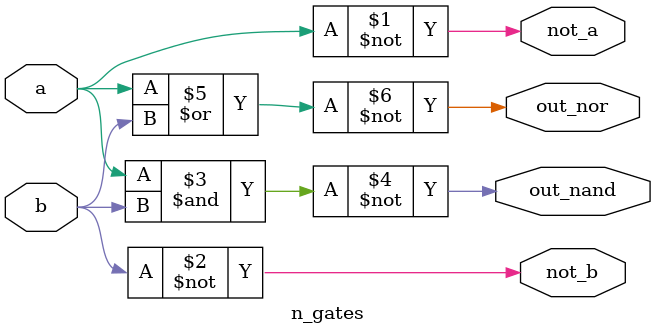
<source format=v>
module n_gates (
    input wire a, b,
    output wire not_a,
    output wire not_b,
    output wire out_nand,
    output wire out_nor
);
    assign not_a = ~a;
    assign not_b = ~b;
    assign out_nand = ~(a & b);
    assign out_nor = ~(a | b);
endmodule

</source>
